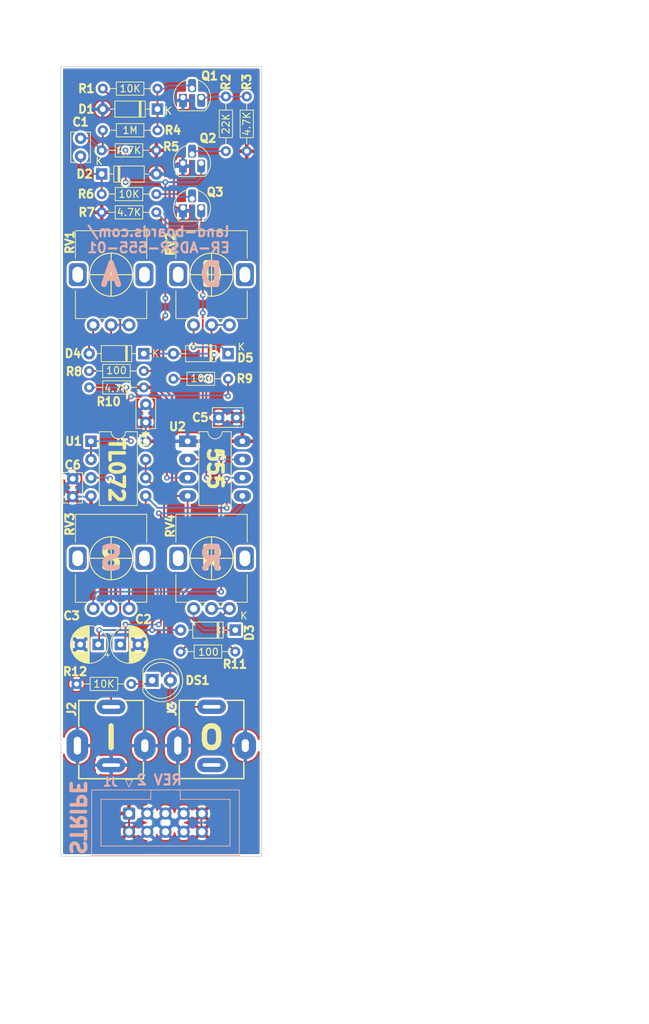
<source format=kicad_pcb>
(kicad_pcb (version 20211014) (generator pcbnew)
  (title_block (title "ER-ADSR-555-01") (date "2023-01-29") (rev "2"))
  (layers (0 "F.Cu" signal) (31 "B.Cu" signal) (34 "B.Paste" user) (35 "F.Paste" user) (36 "B.SilkS" user "B.Silkscreen") (37 "F.SilkS" user "F.Silkscreen") (38 "B.Mask" user) (39 "F.Mask" user) (44 "Edge.Cuts" user))
  (net 0 "")
  (net 1 "Net-(C1-Pad2)")
  (net 2 "GND")
  (net 3 "Net-(D3-Pad1)")
  (net 4 "Net-(D4-Pad2)")
  (net 5 "Net-(D5-Pad1)")
  (net 6 "-12V")
  (net 7 "+12V")
  (net 9 "Net-(Q1-Pad3)")
  (net 10 "/RST")
  (net 11 "/LOOP2")
  (net 12 "Net-(R10-Pad1)")
  (net 13 "Net-(DS1-Pad1)")
  (net 14 "/BUFB")
  (net 15 "/CV")
  (net 16 "/THR")
  (net 17 "/BUFA")
  (net 18 "/IN")
  (net 19 "/BUFC")
  (net 20 "/TRIG")
  (net 21 "/QO")
  (net 22 "/LOOP1")
  (net 23 "/DISCH")
  (net 24 "/SUSPOT")
  (net 25 "/REL")
  (net 26 "/ATT")
  (net 27 "/DEC")
  (footprint "Diode_THT:D_DO-35_SOD27_P7.62mm_Horizontal" (layer "F.Cu") (at 23.31 40 180)
    (fp_text reference "D5" (at -2.3948 -0.5892) (layer "F.SilkS") (effects (font (size 1.143 1.143) (thickness 0.28575))))
    (fp_text value "1N4148")
    (fp_text user "K" (at -1.836 0.9348) (layer "F.SilkS"))
    (pad "1" thru_hole rect (at 0 0 180) (size 1.6 1.6) (drill 0.8) (layers *.Cu *.Mask) (net 5 "Net-(D5-Pad1)"))
    (pad "2" thru_hole oval (at 7.62 0 180) (size 1.6 1.6) (drill 0.8) (layers *.Cu *.Mask) (net 16 "/THR"))
  )
  (footprint "LandBoards_Conns:RV09ACF" (layer "F.Cu") (at 7 68.5 90)
    (fp_text reference "RV3" (at 4.75 -5.75 90) (layer "F.SilkS") (effects (font (size 1.143 1.143) (thickness 0.28575))))
    (fp_text value "B10K")
    (pad "" np_thru_hole roundrect (at 0 -4.65 90) (size 3.2 2.5) (drill oval 2.2 1.5) (layers F&B.Cu *.Mask))
    (pad "" np_thru_hole roundrect (at 0 4.65 90) (size 3.2 2.5) (drill oval 2.2 1.5) (layers F&B.Cu *.Mask) (roundrect_rratio 0.2314816))
    (pad "1" thru_hole circle (at -7 2.5 90) (size 1.8 1.8) (drill 1) (layers *.Cu *.Mask) (net 12 "Net-(R10-Pad1)"))
    (pad "2" thru_hole circle (at -7 0 90) (size 1.8 1.8) (drill 1) (layers *.Cu *.Mask) (net 24 "/SUSPOT"))
    (pad "3" thru_hole circle (at -7 -2.5 90) (size 1.8 1.8) (drill 1) (layers *.Cu *.Mask) (net 23 "/DISCH"))
  )
  (footprint "Resistor_THT:R_Axial_DIN0204_L3.6mm_D1.6mm_P7.62mm_Horizontal" (layer "F.Cu") (at 25.908 4.19 -90)
    (fp_text reference "R3" (at -2.032 0 90) (layer "F.SilkS") (effects (font (size 1.143 1.143) (thickness 0.28575))))
    (fp_text value "4.7K" (at 3.81 0 90) (layer "F.SilkS"))
    (pad "1" thru_hole circle (at 0 0 270) (size 1.4 1.4) (drill 0.7) (layers *.Cu *.Mask) (net 9 "Net-(Q1-Pad3)"))
    (pad "2" thru_hole oval (at 7.62 0 270) (size 1.4 1.4) (drill 0.7) (layers *.Cu *.Mask) (net 7 "+12V"))
  )
  (footprint "Diode_THT:D_DO-35_SOD27_P7.62mm_Horizontal" (layer "F.Cu") (at 11.56 40 180)
    (fp_text reference "D4" (at 9.8836 0.0204) (layer "F.SilkS") (effects (font (size 1.143 1.143) (thickness 0.28575))))
    (fp_text value "1N4148")
    (fp_text user "K" (at -1.648 0.0204) (layer "F.SilkS"))
    (pad "1" thru_hole rect (at 0 0 180) (size 1.6 1.6) (drill 0.8) (layers *.Cu *.Mask) (net 16 "/THR"))
    (pad "2" thru_hole oval (at 7.62 0 180) (size 1.6 1.6) (drill 0.8) (layers *.Cu *.Mask) (net 4 "Net-(D4-Pad2)"))
  )
  (footprint "Package_TO_SOT_THT:TO-92_HandSolder" (layer "F.Cu") (at 17.018 13.474)
    (fp_text reference "Q2" (at 3.482 -3.474) (layer "F.SilkS") (effects (font (size 1.143 1.143) (thickness 0.28575))))
    (fp_text value "2N3904")
    (pad "1" thru_hole rect (at 0 0) (size 1.1 1.8) (drill 0.75 (offset 0 0.4)) (layers *.Cu *.Mask) (net 2 "GND"))
    (pad "2" thru_hole roundrect (at 1.27 -1.27) (size 1.1 1.8) (drill 0.75 (offset 0 -0.4)) (layers *.Cu *.Mask) (net 14 "/BUFB"))
    (pad "3" thru_hole roundrect (at 2.54 0) (size 1.1 1.8) (drill 0.75 (offset 0 0.4)) (layers *.Cu *.Mask) (net 10 "/RST"))
  )
  (footprint "Capacitor_THT:C_Rect_L4.0mm_W2.5mm_P2.50mm" (layer "F.Cu") (at 2.75 10 -90)
    (fp_text reference "C1" (at -2.25 0 180) (layer "F.SilkS") (effects (font (size 1.143 1.143) (thickness 0.28575))))
    (fp_text value "10nF")
    (pad "1" thru_hole circle (at 0 0 270) (size 1.6 1.6) (drill 0.8) (layers *.Cu *.Mask) (net 10 "/RST"))
    (pad "2" thru_hole circle (at 2.5 0 270) (size 1.6 1.6) (drill 0.8) (layers *.Cu *.Mask) (net 1 "Net-(C1-Pad2)"))
  )
  (footprint "Resistor_THT:R_Axial_DIN0204_L3.6mm_D1.6mm_P7.62mm_Horizontal" (layer "F.Cu") (at 13.31 20.32 180)
    (fp_text reference "R7" (at 9.7132 -0.0036) (layer "F.SilkS") (effects (font (size 1.143 1.143) (thickness 0.28575))))
    (fp_text value "4.7K" (at 3.81 0) (layer "F.SilkS"))
    (pad "1" thru_hole circle (at 0 0 180) (size 1.4 1.4) (drill 0.7) (layers *.Cu *.Mask) (net 20 "/TRIG"))
    (pad "2" thru_hole oval (at 7.62 0 180) (size 1.4 1.4) (drill 0.7) (layers *.Cu *.Mask) (net 7 "+12V"))
  )
  (footprint "Resistor_THT:R_Axial_DIN0204_L3.6mm_D1.6mm_P7.62mm_Horizontal" (layer "F.Cu") (at 23.31 43.5 180)
    (fp_text reference "R9" (at -2.3186 0.0152) (layer "F.SilkS") (effects (font (size 1.143 1.143) (thickness 0.28575))))
    (fp_text value "100" (at 3.81 0.066) (layer "F.SilkS"))
    (pad "1" thru_hole circle (at 0 0 180) (size 1.4 1.4) (drill 0.7) (layers *.Cu *.Mask) (net 22 "/LOOP1"))
    (pad "2" thru_hole oval (at 7.62 0 180) (size 1.4 1.4) (drill 0.7) (layers *.Cu *.Mask) (net 27 "/DEC"))
  )
  (footprint "LandBoards_Conns:RV09ACF" (layer "F.Cu") (at 21 29 90)
    (fp_text reference "RV2" (at 4.25 -5.75 90) (layer "F.SilkS") (effects (font (size 1.143 1.143) (thickness 0.28575))))
    (fp_text value "A1M")
    (pad "" np_thru_hole roundrect (at 0 -4.65 90) (size 3.2 2.5) (drill oval 2.2 1.5) (layers F&B.Cu *.Mask))
    (pad "" np_thru_hole roundrect (at 0 4.65 90) (size 3.2 2.5) (drill oval 2.2 1.5) (layers F&B.Cu *.Mask) (roundrect_rratio 0.2314816))
    (pad "1" thru_hole circle (at -7 2.5 90) (size 1.8 1.8) (drill 1) (layers *.Cu *.Mask) (net 27 "/DEC"))
    (pad "2" thru_hole circle (at -7 0 90) (size 1.8 1.8) (drill 1) (layers *.Cu *.Mask) (net 27 "/DEC"))
    (pad "3" thru_hole circle (at -7 -2.5 90) (size 1.8 1.8) (drill 1) (layers *.Cu *.Mask) (net 5 "Net-(D5-Pad1)"))
  )
  (footprint "Capacitor_THT:CP_Radial_D5.0mm_P2.50mm" (layer "F.Cu") (at 8.294888 80.5)
    (fp_text reference "C2" (at 3.205112 -3.5) (layer "F.SilkS") (effects (font (size 1.143 1.143) (thickness 0.28575))))
    (fp_text value "10uF")
    (pad "1" thru_hole rect (at 0 0) (size 1.6 1.6) (drill 0.8) (layers *.Cu *.Mask) (net 15 "/CV"))
    (pad "2" thru_hole circle (at 2.5 0) (size 1.6 1.6) (drill 0.8) (layers *.Cu *.Mask) (net 2 "GND"))
  )
  (footprint "Resistor_THT:R_Axial_DIN0204_L3.6mm_D1.6mm_P7.62mm_Horizontal" (layer "F.Cu") (at 16.69 81.5)
    (fp_text reference "R11" (at 7.559999 1.74999) (layer "F.SilkS") (effects (font (size 1.143 1.143) (thickness 0.28575))))
    (fp_text value "100" (at 3.888 0.052) (layer "F.SilkS"))
    (pad "1" thru_hole circle (at 0 0) (size 1.4 1.4) (drill 0.7) (layers *.Cu *.Mask) (net 10 "/RST"))
    (pad "2" thru_hole oval (at 7.62 0) (size 1.4 1.4) (drill 0.7) (layers *.Cu *.Mask) (net 25 "/REL"))
  )
  (footprint "LED_THT:LED_D5.0mm" (layer "F.Cu") (at 12.725 85.5)
    (fp_text reference "DS1" (at 6.325 0.000007) (layer "F.SilkS") (effects (font (size 1.143 1.143) (thickness 0.28575))))
    (fp_text value "LED")
    (pad "1" thru_hole rect (at 0 0) (size 1.8 1.8) (drill 0.9) (layers *.Cu *.Mask) (net 13 "Net-(DS1-Pad1)"))
    (pad "2" thru_hole circle (at 2.54 0) (size 1.8 1.8) (drill 0.9) (layers *.Cu *.Mask) (net 11 "/LOOP2"))
  )
  (footprint "LandBoards_Conns:RV09ACF" (layer "F.Cu") (at 7 29 90)
    (fp_text reference "RV1" (at 4.5 -5.75 90) (layer "F.SilkS") (effects (font (size 1.143 1.143) (thickness 0.28575))))
    (fp_text value "A1M")
    (pad "" np_thru_hole roundrect (at 0 4.65 90) (size 3.2 2.5) (drill oval 2.2 1.5) (layers F&B.Cu *.Mask) (roundrect_rratio 0.2314816))
    (pad "" np_thru_hole roundrect (at 0 -4.65 90) (size 3.2 2.5) (drill oval 2.2 1.5) (layers F&B.Cu *.Mask))
    (pad "1" thru_hole circle (at -7 2.5 90) (size 1.8 1.8) (drill 1) (layers *.Cu *.Mask) (net 26 "/ATT"))
    (pad "2" thru_hole circle (at -7 0 90) (size 1.8 1.8) (drill 1) (layers *.Cu *.Mask) (net 26 "/ATT"))
    (pad "3" thru_hole circle (at -7 -2.5 90) (size 1.8 1.8) (drill 1) (layers *.Cu *.Mask) (net 4 "Net-(D4-Pad2)"))
  )
  (footprint "Diode_THT:D_DO-35_SOD27_P7.62mm_Horizontal" (layer "F.Cu") (at 24.31 78.5 180)
    (fp_text reference "D3" (at -1.9576 -0.3676 90) (layer "F.SilkS") (effects (font (size 1.143 1.143) (thickness 0.28575))))
    (fp_text value "1N4148")
    (fp_text user "K" (at -1.19 2) (layer "F.SilkS"))
    (pad "1" thru_hole rect (at 0 0 180) (size 1.6 1.6) (drill 0.8) (layers *.Cu *.Mask) (net 3 "Net-(D3-Pad1)"))
    (pad "2" thru_hole oval (at 7.62 0 180) (size 1.6 1.6) (drill 0.8) (layers *.Cu *.Mask) (net 16 "/THR"))
  )
  (footprint "AudioJacks:Jack_3.5mm_QingPu_WQP-PJ301BM_Vertical" (layer "F.Cu") (at 21 93.98)
    (fp_text reference "J3" (at -5.5 -4.48 90) (layer "F.SilkS") (effects (font (size 1.143 1.143) (thickness 0.28575))))
    (fp_text value "PJ-301BM")
    (pad "S" thru_hole oval locked (at 4.7 0.6 90) (size 3.8 3) (drill oval 1.8 1) (layers *.Cu *.Mask) (net 2 "GND"))
    (pad "S" thru_hole oval locked (at -4.7 0.6 90) (size 4.5 3) (drill oval 2.5 1) (layers *.Cu *.Mask) (net 2 "GND"))
    (pad "T" thru_hole oval locked (at 0 -4.8) (size 4 2) (drill oval 2.5 0.5) (layers *.Cu *.Mask) (net 11 "/LOOP2"))
    (pad "TN" thru_hole oval locked (at 0 3.3) (size 4 2) (drill oval 2.5 0.5) (layers *.Cu *.Mask))
  )
  (footprint "Resistor_THT:R_Axial_DIN0204_L3.6mm_D1.6mm_P7.62mm_Horizontal" (layer "F.Cu") (at 5.842 3.088)
    (fp_text reference "R1" (at -2.286 0) (layer "F.SilkS") (effects (font (size 1.143 1.143) (thickness 0.28575))))
    (fp_text value "10K" (at 3.81 0) (layer "F.SilkS"))
    (pad "1" thru_hole circle (at 0 0) (size 1.4 1.4) (drill 0.7) (layers *.Cu *.Mask) (net 18 "/IN"))
    (pad "2" thru_hole oval (at 7.62 0) (size 1.4 1.4) (drill 0.7) (layers *.Cu *.Mask) (net 17 "/BUFA"))
  )
  (footprint "Package_TO_SOT_THT:TO-92_HandSolder" (layer "F.Cu") (at 17.018 4.329999)
    (fp_text reference "Q1" (at 3.7084 -3.009199 180) (layer "F.SilkS") (effects (font (size 1.143 1.143) (thickness 0.28575))))
    (fp_text value "2N3904")
    (pad "1" thru_hole rect (at 0 0) (size 1.1 1.8) (drill 0.75 (offset 0 0.4)) (layers *.Cu *.Mask) (net 2 "GND"))
    (pad "2" thru_hole roundrect (at 1.27 -1.27) (size 1.1 1.8) (drill 0.75 (offset 0 -0.4)) (layers *.Cu *.Mask) (net 17 "/BUFA"))
    (pad "3" thru_hole roundrect (at 2.54 0) (size 1.1 1.8) (drill 0.75 (offset 0 0.4)) (layers *.Cu *.Mask) (net 9 "Net-(Q1-Pad3)"))
  )
  (footprint "Resistor_THT:R_Axial_DIN0204_L3.6mm_D1.6mm_P7.62mm_Horizontal" (layer "F.Cu") (at 13.462 8.89 180)
    (fp_text reference "R4" (at -2.159 0) (layer "F.SilkS") (effects (font (size 1.143 1.143) (thickness 0.28575))))
    (fp_text value "1M" (at 3.81 0) (layer "F.SilkS"))
    (pad "1" thru_hole circle (at 0 0 180) (size 1.4 1.4) (drill 0.7) (layers *.Cu *.Mask) (net 17 "/BUFA"))
    (pad "2" thru_hole oval (at 7.62 0 180) (size 1.4 1.4) (drill 0.7) (layers *.Cu *.Mask) (net 10 "/RST"))
  )
  (footprint "Package_DIP:DIP-8_W7.62mm_LongPads" (layer "F.Cu") (at 17.675 52.2)
    (fp_text reference "U2" (at -1.419 -2.035) (layer "F.SilkS") (effects (font (size 1.143 1.143) (thickness 0.28575))))
    (fp_text value "LM555N")
    (pad "1" thru_hole rect (at 0 0) (size 2.4 1.6) (drill 0.8) (layers *.Cu *.Mask) (net 2 "GND"))
    (pad "2" thru_hole oval (at 0 2.54) (size 2.4 1.6) (drill 0.8) (layers *.Cu *.Mask) (net 20 "/TRIG"))
    (pad "3" thru_hole oval (at 0 5.08) (size 2.4 1.6) (drill 0.8) (layers *.Cu *.Mask) (net 21 "/QO"))
    (pad "4" thru_hole oval (at 0 7.62) (size 2.4 1.6) (drill 0.8) (layers *.Cu *.Mask) (net 10 "/RST"))
    (pad "5" thru_hole oval (at 7.62 7.62) (size 2.4 1.6) (drill 0.8) (layers *.Cu *.Mask) (net 15 "/CV"))
    (pad "6" thru_hole oval (at 7.62 5.08) (size 2.4 1.6) (drill 0.8) (layers *.Cu *.Mask) (net 16 "/THR"))
    (pad "7" thru_hole oval (at 7.62 2.54) (size 2.4 1.6) (drill 0.8) (layers *.Cu *.Mask) (net 23 "/DISCH"))
    (pad "8" thru_hole oval (at 7.62 0) (size 2.4 1.6) (drill 0.8) (layers *.Cu *.Mask) (net 7 "+12V"))
  )
  (footprint "Diode_THT:D_DO-35_SOD27_P7.62mm_Horizontal" (layer "F.Cu") (at 5.69 14.986)
    (fp_text reference "D2" (at -2.388 0 180) (layer "F.SilkS") (effects (font (size 1.143 1.143) (thickness 0.28575))))
    (fp_text value "1N4148")
    (fp_text user "K" (at -0.356 -1.778) (layer "F.SilkS"))
    (pad "1" thru_hole rect (at 0 0) (size 1.6 1.6) (drill 0.8) (layers *.Cu *.Mask) (net 1 "Net-(C1-Pad2)"))
    (pad "2" thru_hole oval (at 7.62 0) (size 1.6 1.6) (drill 0.8) (layers *.Cu *.Mask) (net 2 "GND"))
  )
  (footprint "Capacitor_THT:CP_Radial_D5.0mm_P2.50mm" (layer "F.Cu") (at 5.205113 80.5 180)
    (fp_text reference "C3" (at 3.705113 4) (layer "F.SilkS") (effects (font (size 1.143 1.143) (thickness 0.28575))))
    (fp_text value "1uF")
    (pad "1" thru_hole rect (at 0 0 180) (size 1.6 1.6) (drill 0.8) (layers *.Cu *.Mask) (net 16 "/THR"))
    (pad "2" thru_hole circle (at 2.5 0 180) (size 1.6 1.6) (drill 0.8) (layers *.Cu *.Mask) (net 2 "GND"))
  )
  (footprint "Resistor_THT:R_Axial_DIN0204_L3.6mm_D1.6mm_P7.62mm_Horizontal" (layer "F.Cu") (at 23 4.19 -90)
    (fp_text reference "R2" (at -2.032 0 90) (layer "F.SilkS") (effects (font (size 1.143 1.143) (thickness 0.28575))))
    (fp_text value "22K" (at 3.81 0 90) (layer "F.SilkS"))
    (pad "1" thru_hole circle (at 0 0 270) (size 1.4 1.4) (drill 0.7) (layers *.Cu *.Mask) (net 9 "Net-(Q1-Pad3)"))
    (pad "2" thru_hole oval (at 7.62 0 270) (size 1.4 1.4) (drill 0.7) (layers *.Cu *.Mask) (net 14 "/BUFB"))
  )
  (footprint "AudioJacks:Jack_3.5mm_QingPu_WQP-PJ301BM_Vertical" (layer "F.Cu") (at 7 94)
    (fp_text reference "J2" (at -5.500001 -4.500001 90) (layer "F.SilkS") (effects (font (size 1.143 1.143) (thickness 0.28575))))
    (fp_text value "PJ-301BM")
    (pad "S" thru_hole oval locked (at 4.7 0.6 90) (size 3.8 3) (drill oval 1.8 1) (layers *.Cu *.Mask) (net 2 "GND"))
    (pad "S" thru_hole oval locked (at -4.7 0.6 90) (size 4.5 3) (drill oval 2.5 1) (layers *.Cu *.Mask) (net 2 "GND"))
    (pad "T" thru_hole oval locked (at 0 -4.8) (size 4 2) (drill oval 2.5 0.5) (layers *.Cu *.Mask) (net 18 "/IN"))
    (pad "TN" thru_hole oval locked (at 0 3.3) (size 4 2) (drill oval 2.5 0.5) (layers *.Cu *.Mask) (net 2 "GND"))
  )
  (footprint "Capacitor_THT:C_Rect_L4.0mm_W2.5mm_P2.50mm" (layer "F.Cu") (at 21.991 48.895)
    (fp_text reference "C5" (at -2.56 0) (layer "F.SilkS") (effects (font (size 1.143 1.143) (thickness 0.28575))))
    (fp_text value "0.1uF")
    (pad "1" thru_hole circle (at 0 0) (size 1.6 1.6) (drill 0.8) (layers *.Cu *.Mask) (net 2 "GND"))
    (pad "2" thru_hole circle (at 2.5 0) (size 1.6 1.6) (drill 0.8) (layers *.Cu *.Mask) (net 7 "+12V"))
  )
  (footprint "Resistor_THT:R_Axial_DIN0204_L3.6mm_D1.6mm_P7.62mm_Horizontal" (layer "F.Cu") (at 3.94 44.704)
    (fp_text reference "R10" (at 2.7148 1.9812) (layer "F.SilkS") (effects (font (size 1.143 1.143) (thickness 0.28575))))
    (fp_text value "4.7K" (at 3.81 0.156) (layer "F.SilkS"))
    (pad "1" thru_hole circle (at 0 0) (size 1.4 1.4) (drill 0.7) (layers *.Cu *.Mask) (net 12 "Net-(R10-Pad1)"))
    (pad "2" thru_hole oval (at 7.62 0) (size 1.4 1.4) (drill 0.7) (layers *.Cu *.Mask) (net 7 "+12V"))
  )
  (footprint "Capacitor_THT:C_Rect_L4.0mm_W2.5mm_P2.50mm" (layer "F.Cu") (at 11.8364 47.06079 -90)
    (fp_text reference "C4" (at 4.806 0.127 90) (layer "F.SilkS") (effects (font (size 1.143 1.143) (thickness 0.28575))))
    (fp_text value "0.1uF")
    (pad "1" thru_hole circle (at 0 0 270) (size 1.6 1.6) (drill 0.8) (layers *.Cu *.Mask) (net 2 "GND"))
    (pad "2" thru_hole circle (at 2.5 0 270) (size 1.6 1.6) (drill 0.8) (layers *.Cu *.Mask) (net 7 "+12V"))
  )
  (footprint "Resistor_THT:R_Axial_DIN0204_L3.6mm_D1.6mm_P7.62mm_Horizontal" (layer "F.Cu") (at 2.19 86)
    (fp_text reference "R12" (at -0.2088 -1.7228) (layer "F.SilkS") (effects (font (size 1.143 1.143) (thickness 0.28575))))
    (fp_text value "10K" (at 3.81 0) (layer "F.SilkS"))
    (pad "1" thru_hole circle (at 0 0) (size 1.4 1.4) (drill 0.7) (layers *.Cu *.Mask) (net 2 "GND"))
    (pad "2" thru_hole oval (at 7.62 0) (size 1.4 1.4) (drill 0.7) (layers *.Cu *.Mask) (net 13 "Net-(DS1-Pad1)"))
  )
  (footprint "Diode_THT:D_DO-35_SOD27_P7.62mm_Horizontal" (layer "F.Cu") (at 13.462 5.9436 180)
    (fp_text reference "D1" (at 9.906 0) (layer "F.SilkS") (effects (font (size 1.143 1.143) (thickness 0.28575))))
    (fp_text value "1N4148")
    (fp_text user "K" (at -1.524 -0.254) (layer "F.SilkS"))
    (pad "1" thru_hole rect (at 0 0 180) (size 1.6 1.6) (drill 0.8) (layers *.Cu *.Mask) (net 17 "/BUFA"))
    (pad "2" thru_hole oval (at 7.62 0 180) (size 1.6 1.6) (drill 0.8) (layers *.Cu *.Mask) (net 2 "GND"))
  )
  (footprint "Package_DIP:DIP-8_W7.62mm" (layer "F.Cu") (at 4.2 52.2)
    (fp_text reference "U1" (at -2.422 -0.003) (layer "F.SilkS") (effects (font (size 1.143 1.143) (thickness 0.28575))))
    (fp_text value "TL072")
    (pad "1" thru_hole rect (at 0 0) (size 1.6 1.6) (drill 0.8) (layers *.Cu *.Mask) (net 22 "/LOOP1"))
    (pad "2" thru_hole oval (at 0 2.54) (size 1.6 1.6) (drill 0.8) (layers *.Cu *.Mask) (net 22 "/LOOP1"))
    (pad "3" thru_hole oval (at 0 5.08) (size 1.6 1.6) (drill 0.8) (layers *.Cu *.Mask) (net 24 "/SUSPOT"))
    (pad "4" thru_hole oval (at 0 7.62) (size 1.6 1.6) (drill 0.8) (layers *.Cu *.Mask) (net 6 "-12V"))
    (pad "5" thru_hole oval (at 7.62 7.62) (size 1.6 1.6) (drill 0.8) (layers *.Cu *.Mask) (net 16 "/THR"))
    (pad "6" thru_hole oval (at 7.62 5.08) (size 1.6 1.6) (drill 0.8) (layers *.Cu *.Mask) (net 11 "/LOOP2"))
    (pad "7" thru_hole oval (at 7.62 2.54) (size 1.6 1.6) (drill 0.8) (layers *.Cu *.Mask) (net 11 "/LOOP2"))
    (pad "8" thru_hole oval (at 7.62 0) (size 1.6 1.6) (drill 0.8) (layers *.Cu *.Mask) (net 7 "+12V"))
  )
  (footprint "Resistor_THT:R_Axial_DIN0204_L3.6mm_D1.6mm_P7.62mm_Horizontal" (layer "F.Cu") (at 11.56 42.418 180)
    (fp_text reference "R8" (at 9.7312 -0.0824) (layer "F.SilkS") (effects (font (size 1.143 1.143) (thickness 0.28575))))
    (fp_text value "100" (at 3.81 0.07) (layer "F.SilkS"))
    (pad "1" thru_hole circle (at 0 0 180) (size 1.4 1.4) (drill 0.7) (layers *.Cu *.Mask) (net 21 "/QO"))
    (pad "2" thru_hole oval (at 7.62 0 180) (size 1.4 1.4) (drill 0.7) (layers *.Cu *.Mask) (net 26 "/ATT"))
  )
  (footprint "Package_TO_SOT_THT:TO-92_HandSolder" (layer "F.Cu") (at 17.018 19.697)
    (fp_text reference "Q3" (at 4.482 -2.197) (layer "F.SilkS") (effects (font (size 1.143 1.143) (thickness 0.28575))))
    (fp_text value "2N3904")
    (pad "1" thru_hole rect (at 0 0) (size 1.1 1.8) (drill 0.75 (offset 0 0.4)) (layers *.Cu *.Mask) (net 2 "GND"))
    (pad "2" thru_hole roundrect (at 1.27 -1.27) (size 1.1 1.8) (drill 0.75 (offset 0 -0.4)) (layers *.Cu *.Mask) (net 19 "/BUFC"))
    (pad "3" thru_hole roundrect (at 2.54 0) (size 1.1 1.8) (drill 0.75 (offset 0 0.4)) (layers *.Cu *.Mask) (net 20 "/TRIG"))
  )
  (footprint "Capacitor_THT:C_Rect_L4.0mm_W2.5mm_P2.50mm" (layer "F.Cu") (at 1.651 59.92401 90)
    (fp_text reference "C6" (at 4.425 0 180) (layer "F.SilkS") (effects (font (size 1.143 1.143) (thickness 0.28575))))
    (fp_text value "0.1uF")
    (pad "1" thru_hole circle (at 0 0 90) (size 1.6 1.6) (drill 0.8) (layers *.Cu *.Mask) (net 6 "-12V"))
    (pad "2" thru_hole circle (at 2.5 0 90) (size 1.6 1.6) (drill 0.8) (layers *.Cu *.Mask) (net 2 "GND"))
  )
  (footprint "LandBoards_Conns:RV09ACF" (layer "F.Cu") (at 21 68.5 90)
    (fp_text reference "RV4" (at 4.5 -5.75 90) (layer "F.SilkS") (effects (font (size 1.143 1.143) (thickness 0.28575))))
    (fp_text value "A1M")
    (pad "" np_thru_hole roundrect (at 0 4.65 90) (size 3.2 2.5) (drill oval 2.2 1.5) (layers F&B.Cu *.Mask) (roundrect_rratio 0.2314816))
    (pad "" np_thru_hole roundrect (at 0 -4.65 90) (size 3.2 2.5) (drill oval 2.2 1.5) (layers F&B.Cu *.Mask))
    (pad "1" thru_hole circle (at -7 2.5 90) (size 1.8 1.8) (drill 1) (layers *.Cu *.Mask) (net 25 "/REL"))
    (pad "2" thru_hole circle (at -7 0 90) (size 1.8 1.8) (drill 1) (layers *.Cu *.Mask) (net 25 "/REL"))
    (pad "3" thru_hole circle (at -7 -2.5 90) (size 1.8 1.8) (drill 1) (layers *.Cu *.Mask) (net 3 "Net-(D3-Pad1)"))
  )
  (footprint "Resistor_THT:R_Axial_DIN0204_L3.6mm_D1.6mm_P7.62mm_Horizontal" (layer "F.Cu") (at 5.69 11.684)
    (fp_text reference "R5" (at 9.677 -0.508) (layer "F.SilkS") (effects (font (size 1.143 1.143) (thickness 0.28575))))
    (fp_text value "4.7K" (at 3.81 0) (layer "F.SilkS"))
    (pad "1" thru_hole circle (at 0 0) (size 1.4 1.4) (drill 0.7) (layers *.Cu *.Mask) (net 10 "/RST"))
    (pad "2" thru_hole oval (at 7.62 0) (size 1.4 1.4) (drill 0.7) (layers *.Cu *.Mask) (net 7 "+12V"))
  )
  (footprint "Resistor_THT:R_Axial_DIN0204_L3.6mm_D1.6mm_P7.62mm_Horizontal" (layer "F.Cu") (at 5.69 17.78)
    (fp_text reference "R6" (at -2.189999 -0.000001) (layer "F.SilkS") (effects (font (size 1.143 1.143) (thickness 0.28575))))
    (fp_text value "10K" (at 3.81 0) (layer "F.SilkS"))
    (pad "1" thru_hole circle (at 0 0) (size 1.4 1.4) (drill 0.7) (layers *.Cu *.Mask) (net 1 "Net-(C1-Pad2)"))
    (pad "2" thru_hole oval (at 7.62 0) (size 1.4 1.4) (drill 0.7) (layers *.Cu *.Mask) (net 19 "/BUFC"))
  )
  (footprint "Connector_IDC:IDC-Header_2x05_P2.54mm_Vertical" (layer "B.Cu") (at 9.4996 104.0479 -90)
    (fp_text reference "J1" (at -4.3783 2.5908) (layer "B.SilkS") (effects (font (size 1.143 1.143) (thickness 0.28575)) (justify mirror)))
    (fp_text value "Conn_02x05")
    (pad "1" thru_hole roundrect (at 0 0 270) (size 1.7 1.7) (drill 1) (layers *.Cu *.Mask) (roundrect_rratio 0.1470588235) (net 6 "-12V"))
    (pad "2" thru_hole circle (at 2.54 0 270) (size 1.7 1.7) (drill 1) (layers *.Cu *.Mask) (net 6 "-12V"))
    (pad "3" thru_hole circle (at 0 -2.54 270) (size 1.7 1.7) (drill 1) (layers *.Cu *.Mask) (net 2 "GND"))
    (pad "4" thru_hole circle (at 2.54 -2.54 270) (size 1.7 1.7) (drill 1) (layers *.Cu *.Mask) (net 2 "GND"))
    (pad "5" thru_hole circle (at 0 -5.08 270) (size 1.7 1.7) (drill 1) (layers *.Cu *.Mask) (net 2 "GND"))
    (pad "6" thru_hole circle (at 2.54 -5.08 270) (size 1.7 1.7) (drill 1) (layers *.Cu *.Mask) (net 2 "GND"))
    (pad "7" thru_hole circle (at 0 -7.62 270) (size 1.7 1.7) (drill 1) (layers *.Cu *.Mask) (net 2 "GND"))
    (pad "8" thru_hole circle (at 2.54 -7.62 270) (size 1.7 1.7) (drill 1) (layers *.Cu *.Mask) (net 2 "GND"))
    (pad "9" thru_hole circle (at 0 -10.16 270) (size 1.7 1.7) (drill 1) (layers *.Cu *.Mask) (net 7 "+12V"))
    (pad "10" thru_hole circle (at 2.54 -10.16 270) (size 1.7 1.7) (drill 1) (layers *.Cu *.Mask) (net 7 "+12V"))
  )
  (gr_rect (start 0 0) (end 28 110) (layer "Edge.Cuts") (width 0.1) (fill none))
  (gr_text "land-boards.com/\nER-ADSR-555-01" (at 13.6144 24.13) (layer "B.SilkS") (effects (font (size 1.397 1.397) (thickness 0.3048)) (justify mirror)))
  (gr_text "REV 2" (at 13.716 99.3648) (layer "B.SilkS") (effects (font (size 1.397 1.397) (thickness 0.3048)) (justify mirror)))
  (gr_text "D" (at 20.9296 29.0068) (layer "B.SilkS") (effects (font (size 2.999999 2.999999) (thickness 0.75)) (justify mirror)))
  (gr_text "A" (at 7 29) (layer "B.SilkS") (effects (font (size 2.999999 2.999999) (thickness 0.75)) (justify mirror)))
  (gr_text "S" (at 7 68.5) (layer "B.SilkS") (effects (font (size 2.999999 2.999999) (thickness 0.75)) (justify mirror)))
  (gr_text "STRIPE" (at 2.3368 104.5972 270) (layer "B.SilkS") (effects (font (size 2 2) (thickness 0.5)) (justify mirror)))
  (gr_text "R" (at 20.9804 68.5) (layer "B.SilkS") (effects (font (size 2.999999 2.999999) (thickness 0.75)) (justify mirror)))
  (gr_text "I" (at 7 93.5) (layer "F.SilkS") (effects (font (size 3 3) (thickness 0.75))))
  (gr_text "A" (at 7 29) (layer "F.SilkS") (effects (font (size 3 3) (thickness 0.75))))
  (gr_text "S" (at 7 68.5) (layer "F.SilkS") (effects (font (size 3 3) (thickness 0.75))))
  (gr_text "O" (at 21 93.5) (layer "F.SilkS") (effects (font (size 3 3) (thickness 0.75))))
  (gr_text "R" (at 21 68.5) (layer "F.SilkS") (effects (font (size 3 3) (thickness 0.75))))
  (gr_text "555" (at 21.5 56 270) (layer "F.SilkS") (effects (font (size 2 2) (thickness 0.5))))
  (gr_text "D" (at 21 29) (layer "F.SilkS") (effects (font (size 3 3) (thickness 0.75))))
  (gr_text "TL072" (at 7.75 56.25 270) (layer "F.SilkS") (effects (font (size 2 2) (thickness 0.5))))
  (segment (start 5.69 14.986) (end 5.69 17.78) (width 0.25) (layer "F.Cu") (net 1))
  (segment (start 2.75 13.926) (end 2.75 12.5) (width 0.25) (layer "B.Cu") (net 1))
  (segment (start 3.81 14.986) (end 2.75 13.926) (width 0.25) (layer "B.Cu") (net 1))
  (segment (start 5.69 14.986) (end 3.81 14.986) (width 0.25) (layer "B.Cu") (net 1))
  (segment (start 17.018 19.697) (end 16.141 19.697) (width 0.25) (layer "F.Cu") (net 2))
  (segment (start 16.244 13.474) (end 17.018 13.474) (width 0.25) (layer "F.Cu") (net 2))
  (segment (start 16.141 19.697) (end 15.748 19.304) (width 0.25) (layer "F.Cu") (net 2))
  (segment (start 15.748 13.97) (end 16.244 13.474) (width 0.25) (layer "F.Cu") (net 2))
  (segment (start 15.748 19.304) (end 15.748 13.97) (width 0.25) (layer "F.Cu") (net 2))
  (segment (start 18.5 77.174) (end 18.5 75.5) (width 0.25) (layer "B.Cu") (net 3))
  (segment (start 19.826 78.5) (end 18.5 77.174) (width 0.25) (layer "B.Cu") (net 3))
  (segment (start 24.31 78.5) (end 19.826 78.5) (width 0.25) (layer "B.Cu") (net 3))
  (segment (start 4.5 36) (end 4.5 37.7402) (width 0.25) (layer "F.Cu") (net 4))
  (segment (start 3.94 38.3002) (end 3.94 40) (width 0.25) (layer "F.Cu") (net 4))
  (segment (start 4.5 37.7402) (end 3.94 38.3002) (width 0.25) (layer "F.Cu") (net 4))
  (segment (start 18.5 36) (end 18.5 39.1072) (width 0.25) (layer "F.Cu") (net 5))
  (segment (start 18.5 39.1072) (end 18.4912 39.116) (width 0.25) (layer "F.Cu") (net 5))
  (via (at 18.4912 39.116) (size 0.8) (drill 0.4) (layers "F.Cu" "B.Cu") (net 5))
  (segment (start 18.4912 39.116) (end 22.426 39.116) (width 0.25) (layer "B.Cu") (net 5))
  (segment (start 22.426 39.116) (end 23.31 40) (width 0.25) (layer "B.Cu") (net 5))
  (segment (start 1.651 59.924) (end 4.096 59.924) (width 0.25) (layer "F.Cu") (net 6))
  (segment (start 9.4996 104.0479) (end 9.4996 106.5879) (width 0.25) (layer "F.Cu") (net 6))
  (segment (start 1.651 59.924) (end 4.096 59.924) (width 0.25) (layer "B.Cu") (net 6))
  (segment (start 11.82 52.2) (end 11.82 49.5772) (width 0.25) (layer "F.Cu") (net 7))
  (segment (start 19.58 103.7475) (end 19.58 106.2875) (width 0.25) (layer "F.Cu") (net 7))
  (segment (start 21.337 4.19) (end 23 4.19) (width 0.25) (layer "B.Cu") (net 9))
  (segment (start 21.197 4.33) (end 21.337 4.19) (width 0.25) (layer "B.Cu") (net 9))
  (segment (start 19.558 4.33) (end 21.197 4.33) (width 0.25) (layer "B.Cu") (net 9))
  (segment (start 23 4.19) (end 25.908 4.19) (width 0.25) (layer "B.Cu") (net 9))
  (segment (start 14.26712 34.98348) (end 14.565489 34.685111) (width 0.25) (layer "F.Cu") (net 10))
  (segment (start 17.675 59.82) (end 15.878 59.82) (width 0.25) (layer "F.Cu") (net 10))
  (segment (start 14.26712 44.775342) (end 14.26712 34.98348) (width 0.25) (layer "F.Cu") (net 10))
  (segment (start 18.542 71.882) (end 18.542 63.754) (width 0.25) (layer "F.Cu") (net 10))
  (segment (start 17.018 73.406) (end 18.542 71.882) (width 0.25) (layer "F.Cu") (net 10))
  (segment (start 18.288 77.724) (end 17.018 76.454) (width 0.25) (layer "F.Cu") (net 10))
  (segment (start 5.842 8.89) (end 5.842 11.532) (width 0.25) (layer "F.Cu") (net 10))
  (segment (start 15.82 59.82) (end 15.5 59.5) (width 0.25) (layer "F.Cu") (net 10))
  (segment (start 18.542 63.754) (end 17.675 62.887) (width 0.25) (layer "F.Cu") (net 10))
  (segment (start 15.5 46.008222) (end 14.26712 44.775342) (width 0.25) (layer "F.Cu") (net 10))
  (segment (start 9.017 16.129) (end 9.017 11.684) (width 0.25) (layer "F.Cu") (net 10))
  (segment (start 14.565489 32.297511) (end 14.565489 16.114511) (width 0.25) (layer "F.Cu") (net 10))
  (segment (start 15.5 59.5) (end 15.5 46.008222) (width 0.25) (layer "F.Cu") (net 10))
  (segment (start 16.69 81.5) (end 18.288 79.902) (width 0.25) (layer "F.Cu") (net 10))
  (segment (start 17.018 76.454) (end 17.018 73.406) (width 0.25) (layer "F.Cu") (net 10))
  (segment (start 15.878 59.82) (end 15.82 59.82) (width 0.25) (layer "F.Cu") (net 10))
  (segment (start 17.675 62.887) (end 17.675 59.82) (width 0.25) (layer "F.Cu") (net 10))
  (segment (start 18.288 79.902) (end 18.288 77.724) (width 0.25) (layer "F.Cu") (net 10))
  (via (at 9.017 11.684) (size 0.8) (drill 0.4) (layers "F.Cu" "B.Cu") (net 10))
  (via (at 14.565489 16.114511) (size 0.8) (drill 0.4) (layers "F.Cu" "B.Cu") (net 10))
  (via (at 14.565489 32.297511) (size 0.8) (drill 0.4) (layers "F.Cu" "B.Cu") (net 10))
  (via (at 14.565489 34.685111) (size 0.8) (drill 0.4) (layers "F.Cu" "B.Cu") (net 10))
  (via (at 9.017 16.129) (size 0.8) (drill 0.4) (layers "F.Cu" "B.Cu") (net 10))
  (segment (start 14.551 16.129) (end 9.017 16.129) (width 0.25) (layer "B.Cu") (net 10))
  (segment (start 2.75 10) (end 4.006 10) (width 0.25) (layer "B.Cu") (net 10))
  (segment (start 14.565489 34.685111) (end 14.565489 32.297511) (width 0.25) (layer "B.Cu") (net 10))
  (segment (start 14.565489 16.114511) (end 18.937489 16.114511) (width 0.25) (layer "B.Cu") (net 10))
  (segment (start 14.565489 16.114511) (end 14.551 16.129) (width 0.25) (layer "B.Cu") (net 10))
  (segment (start 4.006 10) (end 5.69 11.684) (width 0.25) (layer "B.Cu") (net 10))
  (segment (start 18.937489 16.114511) (end 19.558 15.494) (width 0.25) (layer "B.Cu") (net 10))
  (segment (start 9.017 11.684) (end 5.69 11.684) (width 0.25) (layer "B.Cu") (net 10))
  (segment (start 19.558 15.494) (end 19.558 13.474) (width 0.25) (layer "B.Cu") (net 10))
  (segment (start 15.52 89.18) (end 15.494 89.154) (width 0.25) (layer "F.Cu") (net 11))
  (segment (start 15.52 89.18) (end 21 89.18) (width 0.25) (layer "F.Cu") (net 11))
  (segment (start 15.265 84.099) (end 15.265 85.5) (width 0.25) (layer "F.Cu") (net 11))
  (segment (start 14.3764 83.2104) (end 15.265 84.099) (width 0.25) (layer "F.Cu") (net 11))
  (segment (start 11.82 57.28) (end 14.3764 59.8364) (width 0.25) (layer "F.Cu") (net 11))
  (segment (start 14.3764 59.8364) (end 14.3764 83.2104) (width 0.25) (layer "F.Cu") (net 11))
  (segment (start 11.82 54.74) (end 11.82 57.28) (width 0.25) (layer "F.Cu") (net 11))
  (via (at 15.494 89.154) (size 0.8) (drill 0.4) (layers "F.Cu" "B.Cu") (net 11))
  (segment (start 15.265 88.925) (end 15.265 85.5) (width 0.25) (layer "B.Cu") (net 11))
  (segment (start 15.494 89.154) (end 15.265 88.925) (width 0.25) (layer "B.Cu") (net 11))
  (segment (start 8.89 44.958) (end 8.89 53.086) (width 0.25) (layer "F.Cu") (net 12))
  (segment (start 9.5 53.696) (end 8.89 53.086) (width 0.25) (layer "F.Cu") (net 12))
  (segment (start 9.5 75.5) (end 9.5 53.696) (width 0.25) (layer "F.Cu") (net 12))
  (segment (start 9.144 44.704) (end 8.89 44.958) (width 0.25) (layer "F.Cu") (net 12))
  (via (at 9.144 44.704) (size 0.8) (drill 0.4) (layers "F.Cu" "B.Cu") (net 12))
  (segment (start 3.94 44.704) (end 9.144 44.704) (width 0.25) (layer "B.Cu") (net 12))
  (segment (start 9.81 86) (end 12.225 86) (width 0.25) (layer "B.Cu") (net 13))
  (segment (start 23 11.81) (end 18.682 11.81) (width 0.25) (layer "B.Cu") (net 14))
  (segment (start 8.999989 79.794899) (end 8.999989 77.724) (width 0.25) (layer "F.Cu") (net 15))
  (segment (start 13.92688 62.50498) (end 13.92688 77.44902) (width 0.25) (layer "F.Cu") (net 15))
  (segment (start 13.6519 62.23) (end 13.92688 62.50498) (width 0.25) (layer "F.Cu") (net 15))
  (segment (start 13.92688 77.44902) (end 13.6519 77.724) (width 0.25) (layer "F.Cu") (net 15))
  (segment (start 8.294888 80.5) (end 8.999989 79.794899) (width 0.25) (layer "F.Cu") (net 15))
  (via (at 13.6519 77.724) (size 0.8) (drill 0.4) (layers "F.Cu" "B.Cu") (net 15))
  (via (at 8.999989 77.724) (size 0.8) (drill 0.4) (layers "F.Cu" "B.Cu") (net 15))
  (via (at 13.6519 62.23) (size 0.8) (drill 0.4) (layers "F.Cu" "B.Cu") (net 15))
  (segment (start 13.6519 62.23) (end 24.13 62.23) (width 0.25) (layer "B.Cu") (net 15))
  (segment (start 24.13 62.23) (end 25.295 61.065) (width 0.25) (layer "B.Cu") (net 15))
  (segment (start 8.999989 77.724) (end 13.6519 77.724) (width 0.25) (layer "B.Cu") (net 15))
  (segment (start 25.295 61.065) (end 25.295 59.82) (width 0.25) (layer "B.Cu") (net 15))
  (segment (start 20.26152 45.14348) (end 21.336 44.069) (width 0.25) (layer "F.Cu") (net 16))
  (segment (start 11.82 62.62) (end 13.47736 64.27736) (width 0.25) (layer "F.Cu") (net 16))
  (segment (start 11.82 59.82) (end 11.82 62.62) (width 0.25) (layer "F.Cu") (net 16))
  (segment (start 13.47736 64.27736) (end 13.47736 76.69264) (width 0.25) (layer "F.Cu") (net 16))
  (segment (start 13.47736 76.69264) (end 12.714 77.456) (width 0.25) (layer "F.Cu") (net 16))
  (segment (start 23.114 57.404) (end 23.114 61.5055) (width 0.25) (layer "F.Cu") (net 16))
  (segment (start 5.334 78.486) (end 5.334 80.371113) (width 0.25) (layer "F.Cu") (net 16))
  (segment (start 20.32 57.277) (end 20.26152 57.21852) (width 0.25) (layer "F.Cu") (net 16))
  (segment (start 20.26152 57.21852) (end 20.26152 45.14348) (width 0.25) (layer "F.Cu") (net 16))
  (segment (start 12.714 77.456) (end 12.714 78.5) (width 0.25) (layer "F.Cu") (net 16))
  (segment (start 21.336 44.069) (end 21.336 40.168) (width 0.25) (layer "F.Cu") (net 16))
  (via (at 12.714 78.5) (size 0.8) (drill 0.4) (layers "F.Cu" "B.Cu") (net 16))
  (via (at 21.336 40.168) (size 0.8) (drill 0.4) (layers "F.Cu" "B.Cu") (net 16))
  (via (at 23.114 61.5055) (size 0.8) (drill 0.4) (layers "F.Cu" "B.Cu") (net 16))
  (via (at 23.114 57.404) (size 0.8) (drill 0.4) (layers "F.Cu" "B.Cu") (net 16))
  (via (at 5.334 78.486) (size 0.8) (drill 0.4) (layers "F.Cu" "B.Cu") (net 16))
  (via (at 20.32 57.277) (size 0.8) (drill 0.4) (layers "F.Cu" "B.Cu") (net 16))
  (segment (start 5.348 78.5) (end 5.334 78.486) (width 0.25) (layer "B.Cu") (net 16))
  (segment (start 12.714 78.5) (end 5.348 78.5) (width 0.25) (layer "B.Cu") (net 16))
  (segment (start 11.82 59.82) (end 13.462 61.462) (width 0.25) (layer "B.Cu") (net 16))
  (segment (start 23.238 57.28) (end 23.114 57.404) (width 0.25) (layer "B.Cu") (net 16))
  (segment (start 20.323 57.28) (end 25.295 57.28) (width 0.25) (layer "B.Cu") (net 16))
  (segment (start 23.0765 61.468) (end 23.114 61.5055) (width 0.25) (layer "B.Cu") (net 16))
  (segment (start 21.168 40) (end 15.69 40) (width 0.25) (layer "B.Cu") (net 16))
  (segment (start 20.32 57.277) (end 20.323 57.28) (width 0.25) (layer "B.Cu") (net 16))
  (segment (start 13.462 61.462) (end 13.462 61.468) (width 0.25) (layer "B.Cu") (net 16))
  (segment (start 11.56 40) (end 15.69 40) (width 0.25) (layer "B.Cu") (net 16))
  (segment (start 21.336 40.168) (end 21.168 40) (width 0.25) (layer "B.Cu") (net 16))
  (segment (start 16.69 78.5) (end 12.714 78.5) (width 0.25) (layer "B.Cu") (net 16))
  (segment (start 13.462 61.468) (end 23.0765 61.468) (width 0.25) (layer "B.Cu") (net 16))
  (segment (start 13.462 8.89) (end 13.462 5.9436) (width 0.25) (layer "F.Cu") (net 17))
  (segment (start 13.462 5.9436) (end 13.462 3.088) (width 0.25) (layer "F.Cu") (net 17))
  (segment (start 14.859 2.667) (end 17.895 2.667) (width 0.25) (layer "B.Cu") (net 17))
  (segment (start 14.438 3.088) (end 14.859 2.667) (width 0.25) (layer "B.Cu") (net 17))
  (segment (start 13.462 3.088) (end 14.438 3.088) (width 0.25) (layer "B.Cu") (net 17))
  (segment (start 7 79.545866) (end 7 89.2) (width 0.25) (layer "F.Cu") (net 18))
  (segment (start 8.275489 12.627489) (end 8.275489 78.270377) (width 0.25) (layer "F.Cu") (net 18))
  (segment (start 8.275489 78.270377) (end 7 79.545866) (width 0.25) (layer "F.Cu") (net 18))
  (segment (start 5.842 3.088) (end 8.292489 5.538489) (width 0.25) (layer "F.Cu") (net 18))
  (segment (start 8.292489 12.610489) (end 8.275489 12.627489) (width 0.25) (layer "F.Cu") (net 18))
  (segment (start 8.292489 5.538489) (end 8.292489 12.610489) (width 0.25) (layer "F.Cu") (net 18))
  (segment (start 16.129 17.78) (end 13.31 17.78) (width 0.25) (layer "B.Cu") (net 19))
  (segment (start 16.51 18.161) (end 16.129 17.78) (width 0.25) (layer "B.Cu") (net 19))
  (segment (start 18.022 18.161) (end 16.51 18.161) (width 0.25) (layer "B.Cu") (net 19))
  (segment (start 19.558 19.697) (end 19.558 24.457022) (width 0.25) (layer "F.Cu") (net 20))
  (segment (start 19.775489 54.319489) (end 19.775489 34.326511) (width 0.25) (layer "F.Cu") (net 20))
  (segment (start 19.812 54.356) (end 19.775489 54.319489) (width 0.25) (layer "F.Cu") (net 20))
  (segment (start 19.428 54.74) (end 19.812 54.356) (width 0.25) (layer "F.Cu") (net 20))
  (segment (start 19.558 24.457022) (end 19.775489 24.674511) (width 0.25) (layer "F.Cu") (net 20))
  (segment (start 19.775489 31.862711) (end 19.775489 24.674511) (width 0.25) (layer "F.Cu") (net 20))
  (segment (start 17.675 54.74) (end 19.428 54.74) (width 0.25) (layer "F.Cu") (net 20))
  (via (at 19.775489 34.326511) (size 0.8) (drill 0.4) (layers "F.Cu" "B.Cu") (net 20))
  (via (at 19.775489 31.862711) (size 0.8) (drill 0.4) (layers "F.Cu" "B.Cu") (net 20))
  (segment (start 18.542 22.225) (end 15.215 22.225) (width 0.25) (layer "B.Cu") (net 20))
  (segment (start 19.558 19.697) (end 19.558 21.209) (width 0.25) (layer "B.Cu") (net 20))
  (segment (start 15.215 22.225) (end 13.31 20.32) (width 0.25) (layer "B.Cu") (net 20))
  (segment (start 19.775489 34.326511) (end 19.775489 31.862711) (width 0.25) (layer "B.Cu") (net 20))
  (segment (start 19.558 21.209) (end 18.542 22.225) (width 0.25) (layer "B.Cu") (net 20))
  (segment (start 12.7254 42.418) (end 13.8176 43.5102) (width 0.25) (layer "F.Cu") (net 21))
  (segment (start 14.7755 46.1953) (end 14.7755 57.28) (width 0.25) (layer "F.Cu") (net 21))
  (segment (start 13.8176 43.5102) (end 13.8176 45.2374) (width 0.25) (layer "F.Cu") (net 21))
  (segment (start 13.8176 45.2374) (end 14.7755 46.1953) (width 0.25) (layer "F.Cu") (net 21))
  (segment (start 11.56 42.418) (end 12.7254 42.418) (width 0.25) (layer "F.Cu") (net 21))
  (via (at 14.7755 57.28) (size 0.8) (drill 0.4) (layers "F.Cu" "B.Cu") (net 21))
  (segment (start 14.7755 57.28) (end 17.675 57.28) (width 0.25) (layer "B.Cu") (net 21))
  (segment (start 9.398531 51.816531) (end 9.398531 46.354469) (width 0.25) (layer "F.Cu") (net 22))
  (segment (start 23.31 45.916) (end 23.31 43.5) (width 0.25) (layer "F.Cu") (net 22))
  (segment (start 4.2 52.2) (end 4.2 54.74) (width 0.25) (layer "F.Cu") (net 22))
  (segment (start 9.779 52.197) (end 9.398531 51.816531) (width 0.25) (layer "F.Cu") (net 22))
  (segment (start 9.398531 46.354469) (end 9.779 45.974) (width 0.25) (layer "F.Cu") (net 22))
  (via (at 9.779 52.197) (size 0.8) (drill 0.4) (layers "F.Cu" "B.Cu") (net 22))
  (via (at 9.779 45.974) (size 0.8) (drill 0.4) (layers "F.Cu" "B.Cu") (net 22))
  (via (at 23.31 45.916) (size 0.8) (drill 0.4) (layers "F.Cu" "B.Cu") (net 22))
  (segment (start 10.5156 45.974) (end 10.668 45.8216) (width 0.25) (layer "B.Cu") (net 22))
  (segment (start 9.776 52.2) (end 9.779 52.197) (width 0.25) (layer "B.Cu") (net 22))
  (segment (start 4.2 52.2) (end 9.776 52.2) (width 0.25) (layer "B.Cu") (net 22))
  (segment (start 10.668 45.8216) (end 23.2156 45.8216) (width 0.25) (layer "B.Cu") (net 22))
  (segment (start 9.779 45.974) (end 10.5156 45.974) (width 0.25) (layer "B.Cu") (net 22))
  (segment (start 23.2156 45.8216) (end 23.31 45.916) (width 0.25) (layer "B.Cu") (net 22))
  (segment (start 22.352 54.61) (end 22.352 73.152) (width 0.25) (layer "F.Cu") (net 23))
  (via (at 22.352 54.61) (size 0.8) (drill 0.4) (layers "F.Cu" "B.Cu") (net 23))
  (via (at 22.352 73.152) (size 0.8) (drill 0.4) (layers "F.Cu" "B.Cu") (net 23))
  (segment (start 5.08 73.152) (end 4.5 73.732) (width 0.25) (layer "B.Cu") (net 23))
  (segment (start 25.295 54.74) (end 22.482 54.74) (width 0.25) (layer "B.Cu") (net 23))
  (segment (start 4.5 73.732) (end 4.5 75.5) (width 0.25) (layer "B.Cu") (net 23))
  (segment (start 22.482 54.74) (end 22.352 54.61) (width 0.25) (layer "B.Cu") (net 23))
  (segment (start 22.352 73.152) (end 5.08 73.152) (width 0.25) (layer "B.Cu") (net 23))
  (segment (start 7 57.546) (end 6.858 57.404) (width 0.25) (layer "F.Cu") (net 24))
  (segment (start 7 75.5) (end 7 57.546) (width 0.25) (layer "F.Cu") (net 24))
  (via (at 6.858 57.404) (size 0.8) (drill 0.4) (layers "F.Cu" "B.Cu") (net 24))
  (segment (start 6.734 57.28) (end 4.2 57.28) (width 0.25) (layer "B.Cu") (net 24))
  (segment (start 6.858 57.404) (end 6.734 57.28) (width 0.25) (layer "B.Cu") (net 24))
  (segment (start 23.5 75.5) (end 22.352 76.648) (width 0.25) (layer "F.Cu") (net 25))
  (segment (start 22.352 79.542) (end 24.31 81.5) (width 0.25) (layer "F.Cu") (net 25))
  (segment (start 22.352 76.648) (end 22.352 79.542) (width 0.25) (layer "F.Cu") (net 25))
  (segment (start 21 75.5) (end 23.5 75.5) (width 0.25) (layer "B.Cu") (net 25))
  (segment (start 7 36) (end 7 42.149) (width 0.25) (layer "F.Cu") (net 26))
  (segment (start 6.731 42.418) (end 7 42.149) (width 0.25) (layer "F.Cu") (net 26))
  (segment (start 3.94 42.418) (end 6.731 42.418) (width 0.25) (layer "F.Cu") (net 26))
  (segment (start 7 36) (end 9.5 36) (width 0.25) (layer "B.Cu") (net 26))
  (segment (start 21 36) (end 21 38.2074) (width 0.25) (layer "F.Cu") (net 27))
  (segment (start 20.5994 43.4594) (end 20.5994 38.608) (width 0.25) (layer "F.Cu") (net 27))
  (segment (start 21 38.2074) (end 20.5994 38.608) (width 0.25) (layer "F.Cu") (net 27))
  (via (at 20.5994 43.4594) (size 0.8) (drill 0.4) (layers "F.Cu" "B.Cu") (net 27))
  (segment (start 23.5 36) (end 21 36) (width 0.25) (layer "B.Cu") (net 27))
  (segment (start 20.5588 43.5) (end 20.5994 43.4594) (width 0.25) (layer "B.Cu") (net 27))
  (segment (start 15.69 43.5) (end 20.5588 43.5) (width 0.25) (layer "B.Cu") (net 27))
  (zone (net 7) (net_name "+12V") (layer "F.Cu") (connect_pads (clearance 0.3048)) (min_thickness 0.254) (fill yes (thermal_gap 0.508) (thermal_bridge_width 0.508))
    (polygon (pts (xy 27.9908 110) (xy 13.2218 110.072763) (xy 13.298 99.633363) (xy 5.3594 99.5934) (xy 5.334 55.6006) (xy -0.029423 55.616776) (xy 0 0.0254) (xy 27.9908 -0.0508)))
  )
  (zone (net 6) (net_name "-12V") (layer "F.Cu") (connect_pads (clearance 0.3048)) (min_thickness 0.254) (fill yes (thermal_gap 0.508) (thermal_bridge_width 0.508))
    (polygon (pts (xy 4.9022 100.0252) (xy 12.065 100.0252) (xy 12.065 109.9566) (xy -0.0254 110.0074) (xy 0.0254 56.1594) (xy 4.8006 56.1594)))
  )
  (zone (net 2) (net_name "GND") (layer "B.Cu") (connect_pads (clearance 0.3048)) (min_thickness 0.254) (fill yes (thermal_gap 0.508) (thermal_bridge_width 0.508))
    (polygon (pts (xy 28 110) (xy 0 110) (xy 0 0) (xy 28 0)))
  )
)
</source>
